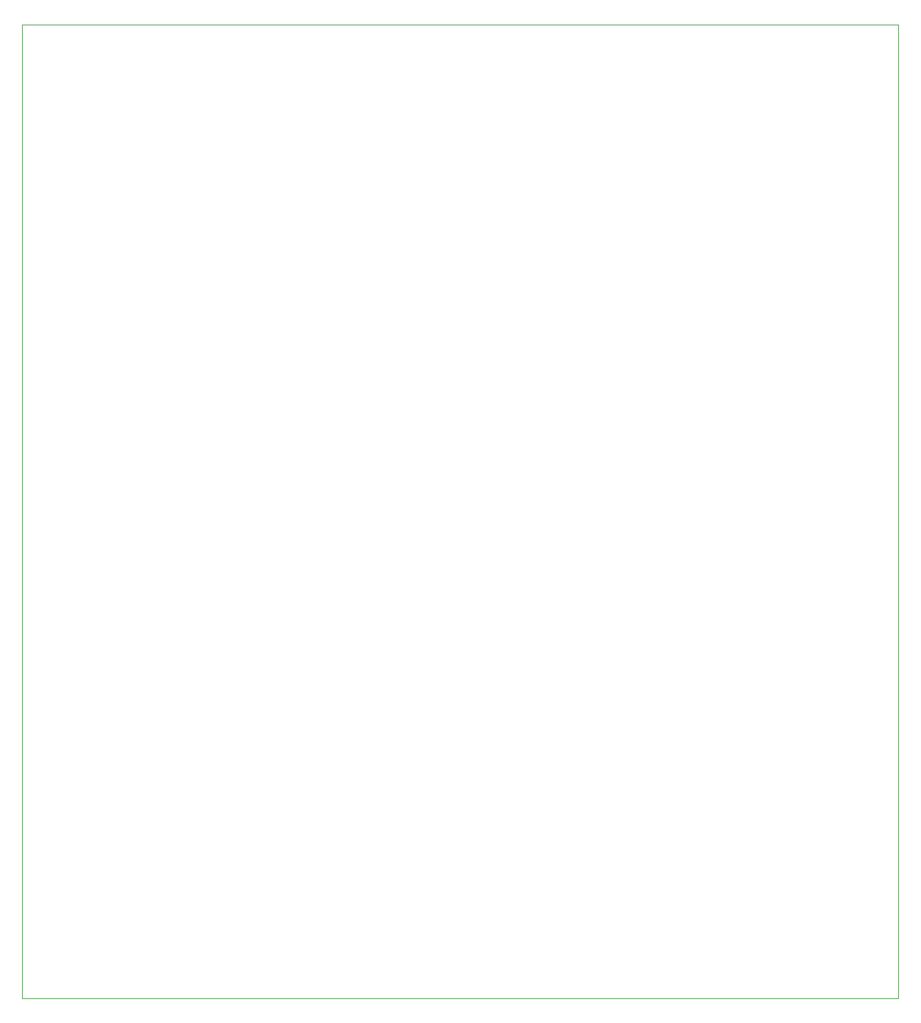
<source format=gbr>
%TF.GenerationSoftware,KiCad,Pcbnew,7.0.1*%
%TF.CreationDate,2023-05-04T18:56:48-04:00*%
%TF.ProjectId,Combined (new),436f6d62-696e-4656-9420-286e6577292e,rev?*%
%TF.SameCoordinates,Original*%
%TF.FileFunction,Profile,NP*%
%FSLAX46Y46*%
G04 Gerber Fmt 4.6, Leading zero omitted, Abs format (unit mm)*
G04 Created by KiCad (PCBNEW 7.0.1) date 2023-05-04 18:56:48*
%MOMM*%
%LPD*%
G01*
G04 APERTURE LIST*
%TA.AperFunction,Profile*%
%ADD10C,0.100000*%
%TD*%
G04 APERTURE END LIST*
D10*
X63500000Y-25400000D02*
X63500000Y-152400000D01*
X63500000Y-25400000D02*
X177800000Y-25400000D01*
X63500000Y-152400000D02*
X177800000Y-152400000D01*
X177800000Y-152400000D02*
X177800000Y-25400000D01*
M02*

</source>
